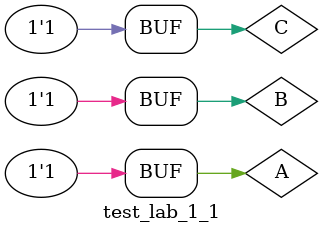
<source format=v>
`timescale 1ns / 1ps


module test_lab_1_1(

    );
    reg A;
    reg B;
    reg C;
    wire LED1;
    wire LED2;
    wire LED3;
    
    lab_1_1 dut(A,B,C,LED1,LED2,LED3);
    
    initial begin
        A=1'b0; B=1'b0; C=1'b0; #10;
        A=1'b0; B=1'b0; C=1'b1; #10;
        A=1'b0; B=1'b1; C=1'b0; #10;
        A=1'b0; B=1'b1; C=1'b1; #10;
        A=1'b1; B=1'b0; C=1'b0; #10;
        A=1'b1; B=1'b0; C=1'b1; #10;
        A=1'b1; B=1'b1; C=1'b0; #10;
        A=1'b1; B=1'b1; C=1'b1; #10;
    end
endmodule

</source>
